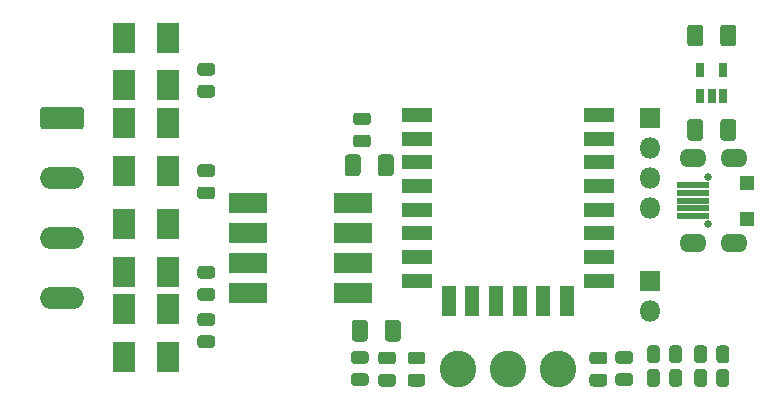
<source format=gbr>
%TF.GenerationSoftware,KiCad,Pcbnew,5.1.6-c6e7f7d~87~ubuntu20.04.1*%
%TF.CreationDate,2020-09-20T16:33:26-07:00*%
%TF.ProjectId,esp8266-iot,65737038-3236-4362-9d69-6f742e6b6963,rev?*%
%TF.SameCoordinates,Original*%
%TF.FileFunction,Soldermask,Top*%
%TF.FilePolarity,Negative*%
%FSLAX46Y46*%
G04 Gerber Fmt 4.6, Leading zero omitted, Abs format (unit mm)*
G04 Created by KiCad (PCBNEW 5.1.6-c6e7f7d~87~ubuntu20.04.1) date 2020-09-20 16:33:26*
%MOMM*%
%LPD*%
G01*
G04 APERTURE LIST*
%ADD10R,1.200000X2.600000*%
%ADD11R,2.600000X1.200000*%
%ADD12R,3.200000X1.700000*%
%ADD13C,3.100000*%
%ADD14R,0.750000X1.160000*%
%ADD15R,1.200000X1.200000*%
%ADD16R,2.750000X0.500000*%
%ADD17C,0.650000*%
%ADD18O,2.300000X1.600000*%
%ADD19O,1.800000X1.800000*%
%ADD20R,1.800000X1.800000*%
%ADD21O,3.700000X1.900000*%
%ADD22R,1.900000X2.600000*%
G04 APERTURE END LIST*
D10*
%TO.C,U2*%
X15740000Y-8450000D03*
X13740000Y-8450000D03*
X11740000Y-8450000D03*
X9740000Y-8450000D03*
X7740000Y-8450000D03*
X5740000Y-8450000D03*
D11*
X18450000Y7250000D03*
X18450000Y5250000D03*
X18450000Y3250000D03*
X18450000Y1250000D03*
X18450000Y-750000D03*
X18450000Y-2750000D03*
X18450000Y-4750000D03*
X18450000Y-6750000D03*
X3050000Y-6750000D03*
X3050000Y-4750000D03*
X3050000Y-2750000D03*
X3050000Y-750000D03*
X3050000Y1250000D03*
X3050000Y3250000D03*
X3050000Y5250000D03*
X3050000Y7250000D03*
%TD*%
D12*
%TO.C,U1*%
X-2355000Y-190000D03*
X-11245000Y-7810000D03*
X-2355000Y-2730000D03*
X-11245000Y-5270000D03*
X-2355000Y-5270000D03*
X-11245000Y-2730000D03*
X-2355000Y-7810000D03*
X-11245000Y-190000D03*
%TD*%
D13*
%TO.C,TP3*%
X6500000Y-14250000D03*
%TD*%
%TO.C,TP2*%
X10750000Y-14250000D03*
%TD*%
%TO.C,TP1*%
X15000000Y-14250000D03*
%TD*%
D14*
%TO.C,U3*%
X27050000Y11100000D03*
X28950000Y11100000D03*
X28950000Y8900000D03*
X28000000Y8900000D03*
X27050000Y8900000D03*
%TD*%
%TO.C,R12*%
G36*
G01*
X-15281250Y-11400000D02*
X-14318750Y-11400000D01*
G75*
G02*
X-14050000Y-11668750I0J-268750D01*
G01*
X-14050000Y-12206250D01*
G75*
G02*
X-14318750Y-12475000I-268750J0D01*
G01*
X-15281250Y-12475000D01*
G75*
G02*
X-15550000Y-12206250I0J268750D01*
G01*
X-15550000Y-11668750D01*
G75*
G02*
X-15281250Y-11400000I268750J0D01*
G01*
G37*
G36*
G01*
X-15281250Y-9525000D02*
X-14318750Y-9525000D01*
G75*
G02*
X-14050000Y-9793750I0J-268750D01*
G01*
X-14050000Y-10331250D01*
G75*
G02*
X-14318750Y-10600000I-268750J0D01*
G01*
X-15281250Y-10600000D01*
G75*
G02*
X-15550000Y-10331250I0J268750D01*
G01*
X-15550000Y-9793750D01*
G75*
G02*
X-15281250Y-9525000I268750J0D01*
G01*
G37*
%TD*%
%TO.C,R11*%
G36*
G01*
X-15281250Y-7400000D02*
X-14318750Y-7400000D01*
G75*
G02*
X-14050000Y-7668750I0J-268750D01*
G01*
X-14050000Y-8206250D01*
G75*
G02*
X-14318750Y-8475000I-268750J0D01*
G01*
X-15281250Y-8475000D01*
G75*
G02*
X-15550000Y-8206250I0J268750D01*
G01*
X-15550000Y-7668750D01*
G75*
G02*
X-15281250Y-7400000I268750J0D01*
G01*
G37*
G36*
G01*
X-15281250Y-5525000D02*
X-14318750Y-5525000D01*
G75*
G02*
X-14050000Y-5793750I0J-268750D01*
G01*
X-14050000Y-6331250D01*
G75*
G02*
X-14318750Y-6600000I-268750J0D01*
G01*
X-15281250Y-6600000D01*
G75*
G02*
X-15550000Y-6331250I0J268750D01*
G01*
X-15550000Y-5793750D01*
G75*
G02*
X-15281250Y-5525000I268750J0D01*
G01*
G37*
%TD*%
%TO.C,R10*%
G36*
G01*
X20118750Y-14600000D02*
X21081250Y-14600000D01*
G75*
G02*
X21350000Y-14868750I0J-268750D01*
G01*
X21350000Y-15406250D01*
G75*
G02*
X21081250Y-15675000I-268750J0D01*
G01*
X20118750Y-15675000D01*
G75*
G02*
X19850000Y-15406250I0J268750D01*
G01*
X19850000Y-14868750D01*
G75*
G02*
X20118750Y-14600000I268750J0D01*
G01*
G37*
G36*
G01*
X20118750Y-12725000D02*
X21081250Y-12725000D01*
G75*
G02*
X21350000Y-12993750I0J-268750D01*
G01*
X21350000Y-13531250D01*
G75*
G02*
X21081250Y-13800000I-268750J0D01*
G01*
X20118750Y-13800000D01*
G75*
G02*
X19850000Y-13531250I0J268750D01*
G01*
X19850000Y-12993750D01*
G75*
G02*
X20118750Y-12725000I268750J0D01*
G01*
G37*
%TD*%
%TO.C,R9*%
G36*
G01*
X18881250Y-13850000D02*
X17918750Y-13850000D01*
G75*
G02*
X17650000Y-13581250I0J268750D01*
G01*
X17650000Y-13043750D01*
G75*
G02*
X17918750Y-12775000I268750J0D01*
G01*
X18881250Y-12775000D01*
G75*
G02*
X19150000Y-13043750I0J-268750D01*
G01*
X19150000Y-13581250D01*
G75*
G02*
X18881250Y-13850000I-268750J0D01*
G01*
G37*
G36*
G01*
X18881250Y-15725000D02*
X17918750Y-15725000D01*
G75*
G02*
X17650000Y-15456250I0J268750D01*
G01*
X17650000Y-14918750D01*
G75*
G02*
X17918750Y-14650000I268750J0D01*
G01*
X18881250Y-14650000D01*
G75*
G02*
X19150000Y-14918750I0J-268750D01*
G01*
X19150000Y-15456250D01*
G75*
G02*
X18881250Y-15725000I-268750J0D01*
G01*
G37*
%TD*%
%TO.C,R8*%
G36*
G01*
X-14318750Y10600000D02*
X-15281250Y10600000D01*
G75*
G02*
X-15550000Y10868750I0J268750D01*
G01*
X-15550000Y11406250D01*
G75*
G02*
X-15281250Y11675000I268750J0D01*
G01*
X-14318750Y11675000D01*
G75*
G02*
X-14050000Y11406250I0J-268750D01*
G01*
X-14050000Y10868750D01*
G75*
G02*
X-14318750Y10600000I-268750J0D01*
G01*
G37*
G36*
G01*
X-14318750Y8725000D02*
X-15281250Y8725000D01*
G75*
G02*
X-15550000Y8993750I0J268750D01*
G01*
X-15550000Y9531250D01*
G75*
G02*
X-15281250Y9800000I268750J0D01*
G01*
X-14318750Y9800000D01*
G75*
G02*
X-14050000Y9531250I0J-268750D01*
G01*
X-14050000Y8993750D01*
G75*
G02*
X-14318750Y8725000I-268750J0D01*
G01*
G37*
%TD*%
%TO.C,R7*%
G36*
G01*
X23600000Y-12518750D02*
X23600000Y-13481250D01*
G75*
G02*
X23331250Y-13750000I-268750J0D01*
G01*
X22793750Y-13750000D01*
G75*
G02*
X22525000Y-13481250I0J268750D01*
G01*
X22525000Y-12518750D01*
G75*
G02*
X22793750Y-12250000I268750J0D01*
G01*
X23331250Y-12250000D01*
G75*
G02*
X23600000Y-12518750I0J-268750D01*
G01*
G37*
G36*
G01*
X25475000Y-12518750D02*
X25475000Y-13481250D01*
G75*
G02*
X25206250Y-13750000I-268750J0D01*
G01*
X24668750Y-13750000D01*
G75*
G02*
X24400000Y-13481250I0J268750D01*
G01*
X24400000Y-12518750D01*
G75*
G02*
X24668750Y-12250000I268750J0D01*
G01*
X25206250Y-12250000D01*
G75*
G02*
X25475000Y-12518750I0J-268750D01*
G01*
G37*
%TD*%
%TO.C,R6*%
G36*
G01*
X23600000Y-14518750D02*
X23600000Y-15481250D01*
G75*
G02*
X23331250Y-15750000I-268750J0D01*
G01*
X22793750Y-15750000D01*
G75*
G02*
X22525000Y-15481250I0J268750D01*
G01*
X22525000Y-14518750D01*
G75*
G02*
X22793750Y-14250000I268750J0D01*
G01*
X23331250Y-14250000D01*
G75*
G02*
X23600000Y-14518750I0J-268750D01*
G01*
G37*
G36*
G01*
X25475000Y-14518750D02*
X25475000Y-15481250D01*
G75*
G02*
X25206250Y-15750000I-268750J0D01*
G01*
X24668750Y-15750000D01*
G75*
G02*
X24400000Y-15481250I0J268750D01*
G01*
X24400000Y-14518750D01*
G75*
G02*
X24668750Y-14250000I268750J0D01*
G01*
X25206250Y-14250000D01*
G75*
G02*
X25475000Y-14518750I0J-268750D01*
G01*
G37*
%TD*%
%TO.C,R5*%
G36*
G01*
X-14318750Y2000000D02*
X-15281250Y2000000D01*
G75*
G02*
X-15550000Y2268750I0J268750D01*
G01*
X-15550000Y2806250D01*
G75*
G02*
X-15281250Y3075000I268750J0D01*
G01*
X-14318750Y3075000D01*
G75*
G02*
X-14050000Y2806250I0J-268750D01*
G01*
X-14050000Y2268750D01*
G75*
G02*
X-14318750Y2000000I-268750J0D01*
G01*
G37*
G36*
G01*
X-14318750Y125000D02*
X-15281250Y125000D01*
G75*
G02*
X-15550000Y393750I0J268750D01*
G01*
X-15550000Y931250D01*
G75*
G02*
X-15281250Y1200000I268750J0D01*
G01*
X-14318750Y1200000D01*
G75*
G02*
X-14050000Y931250I0J-268750D01*
G01*
X-14050000Y393750D01*
G75*
G02*
X-14318750Y125000I-268750J0D01*
G01*
G37*
%TD*%
%TO.C,R4*%
G36*
G01*
X3481250Y-13850000D02*
X2518750Y-13850000D01*
G75*
G02*
X2250000Y-13581250I0J268750D01*
G01*
X2250000Y-13043750D01*
G75*
G02*
X2518750Y-12775000I268750J0D01*
G01*
X3481250Y-12775000D01*
G75*
G02*
X3750000Y-13043750I0J-268750D01*
G01*
X3750000Y-13581250D01*
G75*
G02*
X3481250Y-13850000I-268750J0D01*
G01*
G37*
G36*
G01*
X3481250Y-15725000D02*
X2518750Y-15725000D01*
G75*
G02*
X2250000Y-15456250I0J268750D01*
G01*
X2250000Y-14918750D01*
G75*
G02*
X2518750Y-14650000I268750J0D01*
G01*
X3481250Y-14650000D01*
G75*
G02*
X3750000Y-14918750I0J-268750D01*
G01*
X3750000Y-15456250D01*
G75*
G02*
X3481250Y-15725000I-268750J0D01*
G01*
G37*
%TD*%
%TO.C,R3*%
G36*
G01*
X981250Y-15725000D02*
X18750Y-15725000D01*
G75*
G02*
X-250000Y-15456250I0J268750D01*
G01*
X-250000Y-14918750D01*
G75*
G02*
X18750Y-14650000I268750J0D01*
G01*
X981250Y-14650000D01*
G75*
G02*
X1250000Y-14918750I0J-268750D01*
G01*
X1250000Y-15456250D01*
G75*
G02*
X981250Y-15725000I-268750J0D01*
G01*
G37*
G36*
G01*
X981250Y-13850000D02*
X18750Y-13850000D01*
G75*
G02*
X-250000Y-13581250I0J268750D01*
G01*
X-250000Y-13043750D01*
G75*
G02*
X18750Y-12775000I268750J0D01*
G01*
X981250Y-12775000D01*
G75*
G02*
X1250000Y-13043750I0J-268750D01*
G01*
X1250000Y-13581250D01*
G75*
G02*
X981250Y-13850000I-268750J0D01*
G01*
G37*
%TD*%
%TO.C,R2*%
G36*
G01*
X-1318750Y-13800000D02*
X-2281250Y-13800000D01*
G75*
G02*
X-2550000Y-13531250I0J268750D01*
G01*
X-2550000Y-12993750D01*
G75*
G02*
X-2281250Y-12725000I268750J0D01*
G01*
X-1318750Y-12725000D01*
G75*
G02*
X-1050000Y-12993750I0J-268750D01*
G01*
X-1050000Y-13531250D01*
G75*
G02*
X-1318750Y-13800000I-268750J0D01*
G01*
G37*
G36*
G01*
X-1318750Y-15675000D02*
X-2281250Y-15675000D01*
G75*
G02*
X-2550000Y-15406250I0J268750D01*
G01*
X-2550000Y-14868750D01*
G75*
G02*
X-2281250Y-14600000I268750J0D01*
G01*
X-1318750Y-14600000D01*
G75*
G02*
X-1050000Y-14868750I0J-268750D01*
G01*
X-1050000Y-15406250D01*
G75*
G02*
X-1318750Y-15675000I-268750J0D01*
G01*
G37*
%TD*%
%TO.C,R1*%
G36*
G01*
X-2081250Y5600000D02*
X-1118750Y5600000D01*
G75*
G02*
X-850000Y5331250I0J-268750D01*
G01*
X-850000Y4793750D01*
G75*
G02*
X-1118750Y4525000I-268750J0D01*
G01*
X-2081250Y4525000D01*
G75*
G02*
X-2350000Y4793750I0J268750D01*
G01*
X-2350000Y5331250D01*
G75*
G02*
X-2081250Y5600000I268750J0D01*
G01*
G37*
G36*
G01*
X-2081250Y7475000D02*
X-1118750Y7475000D01*
G75*
G02*
X-850000Y7206250I0J-268750D01*
G01*
X-850000Y6668750D01*
G75*
G02*
X-1118750Y6400000I-268750J0D01*
G01*
X-2081250Y6400000D01*
G75*
G02*
X-2350000Y6668750I0J268750D01*
G01*
X-2350000Y7206250D01*
G75*
G02*
X-2081250Y7475000I268750J0D01*
G01*
G37*
%TD*%
D15*
%TO.C,J4*%
X31000000Y-1500000D03*
X31000000Y1500000D03*
D16*
X26440000Y0D03*
D17*
X27700000Y-2000000D03*
X27700000Y2000000D03*
D16*
X26440000Y-650000D03*
X26440000Y-1300000D03*
X26440000Y650000D03*
X26440000Y1300000D03*
D18*
X29850000Y-3600000D03*
X29850000Y3600000D03*
X26380000Y3600000D03*
X26380000Y-3600000D03*
%TD*%
D19*
%TO.C,J3*%
X22750000Y-9290000D03*
D20*
X22750000Y-6750000D03*
%TD*%
D21*
%TO.C,J2*%
X-27000000Y-8240000D03*
X-27000000Y-3160000D03*
X-27000000Y1920000D03*
G36*
G01*
X-28586111Y7950000D02*
X-25413889Y7950000D01*
G75*
G02*
X-25150000Y7686111I0J-263889D01*
G01*
X-25150000Y6313889D01*
G75*
G02*
X-25413889Y6050000I-263889J0D01*
G01*
X-28586111Y6050000D01*
G75*
G02*
X-28850000Y6313889I0J263889D01*
G01*
X-28850000Y7686111D01*
G75*
G02*
X-28586111Y7950000I263889J0D01*
G01*
G37*
%TD*%
D19*
%TO.C,J1*%
X22750000Y-620000D03*
X22750000Y1920000D03*
X22750000Y4460000D03*
D20*
X22750000Y7000000D03*
%TD*%
D22*
%TO.C,D10*%
X-18000000Y-13200000D03*
X-18000000Y-9200000D03*
%TD*%
%TO.C,D9*%
X-21800000Y-9200000D03*
X-21800000Y-13200000D03*
%TD*%
%TO.C,D8*%
X-18000000Y-2000000D03*
X-18000000Y-6000000D03*
%TD*%
%TO.C,D7*%
X-21800000Y-6000000D03*
X-21800000Y-2000000D03*
%TD*%
%TO.C,D6*%
X-18000000Y2550000D03*
X-18000000Y6550000D03*
%TD*%
%TO.C,D5*%
X-21750000Y6550000D03*
X-21750000Y2550000D03*
%TD*%
%TO.C,D4*%
X-18000000Y13800000D03*
X-18000000Y9800000D03*
%TD*%
%TO.C,D3*%
X-21750000Y9800000D03*
X-21750000Y13800000D03*
%TD*%
%TO.C,D2*%
G36*
G01*
X28400000Y-13481250D02*
X28400000Y-12518750D01*
G75*
G02*
X28668750Y-12250000I268750J0D01*
G01*
X29206250Y-12250000D01*
G75*
G02*
X29475000Y-12518750I0J-268750D01*
G01*
X29475000Y-13481250D01*
G75*
G02*
X29206250Y-13750000I-268750J0D01*
G01*
X28668750Y-13750000D01*
G75*
G02*
X28400000Y-13481250I0J268750D01*
G01*
G37*
G36*
G01*
X26525000Y-13481250D02*
X26525000Y-12518750D01*
G75*
G02*
X26793750Y-12250000I268750J0D01*
G01*
X27331250Y-12250000D01*
G75*
G02*
X27600000Y-12518750I0J-268750D01*
G01*
X27600000Y-13481250D01*
G75*
G02*
X27331250Y-13750000I-268750J0D01*
G01*
X26793750Y-13750000D01*
G75*
G02*
X26525000Y-13481250I0J268750D01*
G01*
G37*
%TD*%
%TO.C,D1*%
G36*
G01*
X28400000Y-15481250D02*
X28400000Y-14518750D01*
G75*
G02*
X28668750Y-14250000I268750J0D01*
G01*
X29206250Y-14250000D01*
G75*
G02*
X29475000Y-14518750I0J-268750D01*
G01*
X29475000Y-15481250D01*
G75*
G02*
X29206250Y-15750000I-268750J0D01*
G01*
X28668750Y-15750000D01*
G75*
G02*
X28400000Y-15481250I0J268750D01*
G01*
G37*
G36*
G01*
X26525000Y-15481250D02*
X26525000Y-14518750D01*
G75*
G02*
X26793750Y-14250000I268750J0D01*
G01*
X27331250Y-14250000D01*
G75*
G02*
X27600000Y-14518750I0J-268750D01*
G01*
X27600000Y-15481250D01*
G75*
G02*
X27331250Y-15750000I-268750J0D01*
G01*
X26793750Y-15750000D01*
G75*
G02*
X26525000Y-15481250I0J268750D01*
G01*
G37*
%TD*%
%TO.C,C4*%
G36*
G01*
X28725000Y13345000D02*
X28725000Y14655000D01*
G75*
G02*
X28995000Y14925000I270000J0D01*
G01*
X29805000Y14925000D01*
G75*
G02*
X30075000Y14655000I0J-270000D01*
G01*
X30075000Y13345000D01*
G75*
G02*
X29805000Y13075000I-270000J0D01*
G01*
X28995000Y13075000D01*
G75*
G02*
X28725000Y13345000I0J270000D01*
G01*
G37*
G36*
G01*
X25925000Y13345000D02*
X25925000Y14655000D01*
G75*
G02*
X26195000Y14925000I270000J0D01*
G01*
X27005000Y14925000D01*
G75*
G02*
X27275000Y14655000I0J-270000D01*
G01*
X27275000Y13345000D01*
G75*
G02*
X27005000Y13075000I-270000J0D01*
G01*
X26195000Y13075000D01*
G75*
G02*
X25925000Y13345000I0J270000D01*
G01*
G37*
%TD*%
%TO.C,C3*%
G36*
G01*
X28725000Y5345000D02*
X28725000Y6655000D01*
G75*
G02*
X28995000Y6925000I270000J0D01*
G01*
X29805000Y6925000D01*
G75*
G02*
X30075000Y6655000I0J-270000D01*
G01*
X30075000Y5345000D01*
G75*
G02*
X29805000Y5075000I-270000J0D01*
G01*
X28995000Y5075000D01*
G75*
G02*
X28725000Y5345000I0J270000D01*
G01*
G37*
G36*
G01*
X25925000Y5345000D02*
X25925000Y6655000D01*
G75*
G02*
X26195000Y6925000I270000J0D01*
G01*
X27005000Y6925000D01*
G75*
G02*
X27275000Y6655000I0J-270000D01*
G01*
X27275000Y5345000D01*
G75*
G02*
X27005000Y5075000I-270000J0D01*
G01*
X26195000Y5075000D01*
G75*
G02*
X25925000Y5345000I0J270000D01*
G01*
G37*
%TD*%
%TO.C,C2*%
G36*
G01*
X325000Y-11655000D02*
X325000Y-10345000D01*
G75*
G02*
X595000Y-10075000I270000J0D01*
G01*
X1405000Y-10075000D01*
G75*
G02*
X1675000Y-10345000I0J-270000D01*
G01*
X1675000Y-11655000D01*
G75*
G02*
X1405000Y-11925000I-270000J0D01*
G01*
X595000Y-11925000D01*
G75*
G02*
X325000Y-11655000I0J270000D01*
G01*
G37*
G36*
G01*
X-2475000Y-11655000D02*
X-2475000Y-10345000D01*
G75*
G02*
X-2205000Y-10075000I270000J0D01*
G01*
X-1395000Y-10075000D01*
G75*
G02*
X-1125000Y-10345000I0J-270000D01*
G01*
X-1125000Y-11655000D01*
G75*
G02*
X-1395000Y-11925000I-270000J0D01*
G01*
X-2205000Y-11925000D01*
G75*
G02*
X-2475000Y-11655000I0J270000D01*
G01*
G37*
%TD*%
%TO.C,C1*%
G36*
G01*
X-275000Y2345000D02*
X-275000Y3655000D01*
G75*
G02*
X-5000Y3925000I270000J0D01*
G01*
X805000Y3925000D01*
G75*
G02*
X1075000Y3655000I0J-270000D01*
G01*
X1075000Y2345000D01*
G75*
G02*
X805000Y2075000I-270000J0D01*
G01*
X-5000Y2075000D01*
G75*
G02*
X-275000Y2345000I0J270000D01*
G01*
G37*
G36*
G01*
X-3075000Y2345000D02*
X-3075000Y3655000D01*
G75*
G02*
X-2805000Y3925000I270000J0D01*
G01*
X-1995000Y3925000D01*
G75*
G02*
X-1725000Y3655000I0J-270000D01*
G01*
X-1725000Y2345000D01*
G75*
G02*
X-1995000Y2075000I-270000J0D01*
G01*
X-2805000Y2075000D01*
G75*
G02*
X-3075000Y2345000I0J270000D01*
G01*
G37*
%TD*%
M02*

</source>
